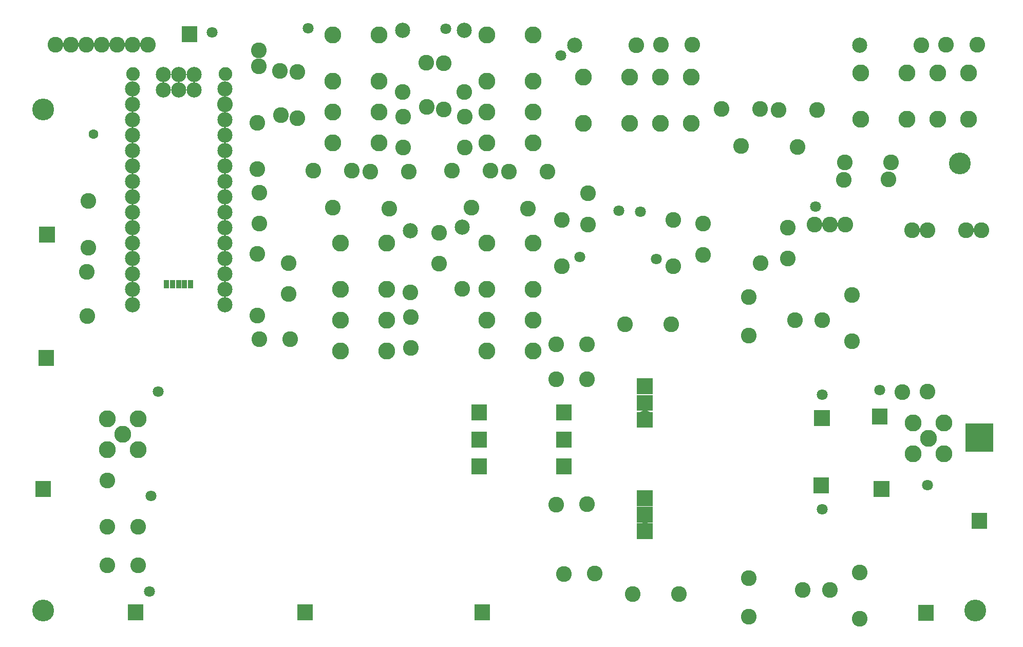
<source format=gbr>
%FSLAX34Y34*%
%MOMM*%
%LNSOLDERMASK_BOTTOM*%
G71*
G01*
%ADD10C,2.600*%
%ADD11C,2.800*%
%ADD12R,0.835X1.470*%
%ADD13C,2.500*%
%ADD14C,2.250*%
%ADD15C,2.500*%
%ADD16C,2.600*%
%ADD17C,3.600*%
%ADD18C,2.600*%
%ADD19C,1.800*%
%ADD20C,1.600*%
%LPD*%
X39470Y320830D02*
G54D10*
D03*
X14070Y320830D02*
G54D10*
D03*
X-11330Y320830D02*
G54D10*
D03*
X-55280Y316036D02*
G54D10*
D03*
X-55167Y265055D02*
G54D10*
D03*
X-243497Y328527D02*
G54D10*
D03*
X-243547Y252277D02*
G54D10*
D03*
X-194980Y322386D02*
G54D10*
D03*
X-194867Y271405D02*
G54D10*
D03*
X-427647Y328527D02*
G54D10*
D03*
X-427697Y252277D02*
G54D10*
D03*
G36*
X-303730Y40080D02*
X-277730Y40080D01*
X-277730Y14080D01*
X-303730Y14080D01*
X-303730Y40080D01*
G37*
X-290730Y1680D02*
G54D10*
D03*
G36*
X-303730Y67480D02*
X-277730Y67480D01*
X-277730Y41480D01*
X-303730Y41480D01*
X-303730Y67480D01*
G37*
G36*
X-303730Y-144070D02*
X-277730Y-144070D01*
X-277730Y-170070D01*
X-303730Y-170070D01*
X-303730Y-144070D01*
G37*
X-290730Y-182470D02*
G54D10*
D03*
G36*
X-303730Y-117170D02*
X-277730Y-117170D01*
X-277730Y-143170D01*
X-303730Y-143170D01*
X-303730Y-117170D01*
G37*
X-385947Y66438D02*
G54D10*
D03*
X-436928Y66325D02*
G54D10*
D03*
X-385947Y-139937D02*
G54D10*
D03*
X-436928Y-140050D02*
G54D10*
D03*
X-385947Y123588D02*
G54D10*
D03*
X-436927Y123475D02*
G54D10*
D03*
X-373247Y-254237D02*
G54D10*
D03*
X-424227Y-254350D02*
G54D10*
D03*
X-247249Y156950D02*
G54D10*
D03*
X-323499Y157000D02*
G54D10*
D03*
X-234549Y-287550D02*
G54D10*
D03*
X-310799Y-287500D02*
G54D10*
D03*
X-119280Y201830D02*
G54D10*
D03*
X-119280Y138330D02*
G54D10*
D03*
X-119280Y-261720D02*
G54D10*
D03*
X-119280Y-325220D02*
G54D10*
D03*
X2020Y163730D02*
G54D10*
D03*
X-43080Y163730D02*
G54D10*
D03*
X14720Y-280770D02*
G54D10*
D03*
X-30380Y-280770D02*
G54D10*
D03*
X149779Y311552D02*
G54D10*
D03*
X175279Y311552D02*
G54D10*
D03*
X51113Y128935D02*
G54D10*
D03*
X51163Y205185D02*
G54D10*
D03*
G36*
X-11480Y14930D02*
X14520Y14930D01*
X14520Y-11070D01*
X-11480Y-11070D01*
X-11480Y14930D01*
G37*
G36*
X-12980Y-95670D02*
X13020Y-95670D01*
X13020Y-121670D01*
X-12980Y-121670D01*
X-12980Y-95670D01*
G37*
G36*
X83620Y17930D02*
X109620Y17930D01*
X109620Y-8070D01*
X83620Y-8070D01*
X83620Y17930D01*
G37*
X99620Y-114670D02*
G54D10*
D03*
G36*
X-576780Y24330D02*
X-550780Y24330D01*
X-550780Y-1670D01*
X-576780Y-1670D01*
X-576780Y24330D01*
G37*
G36*
X-437080Y24330D02*
X-411080Y24330D01*
X-411080Y-1670D01*
X-437080Y-1670D01*
X-437080Y24330D01*
G37*
G36*
X-437080Y-64570D02*
X-411080Y-64570D01*
X-411080Y-90570D01*
X-437080Y-90570D01*
X-437080Y-64570D01*
G37*
X-424080Y-33120D02*
G54D10*
D03*
X238679Y311552D02*
G54D10*
D03*
X264179Y311552D02*
G54D10*
D03*
X14070Y320830D02*
G54D10*
D03*
X-55167Y265055D02*
G54D10*
D03*
X-100230Y257330D02*
G54D10*
D03*
X-194867Y271405D02*
G54D10*
D03*
G36*
X86620Y-101670D02*
X112620Y-101670D01*
X112620Y-127670D01*
X86620Y-127670D01*
X86620Y-101670D01*
G37*
X2020Y163730D02*
G54D10*
D03*
X51113Y128935D02*
G54D10*
D03*
X14720Y-280770D02*
G54D10*
D03*
G36*
X-576780Y-64570D02*
X-550780Y-64570D01*
X-550780Y-90570D01*
X-576780Y-90570D01*
X-576780Y-64570D01*
G37*
G36*
X-437080Y-20120D02*
X-411080Y-20120D01*
X-411080Y-46120D01*
X-437080Y-46120D01*
X-437080Y-20120D01*
G37*
X151570Y-5920D02*
G54D11*
D03*
X202370Y-5920D02*
G54D11*
D03*
X176970Y-31320D02*
G54D11*
D03*
X202370Y-56720D02*
G54D11*
D03*
X151570Y-56720D02*
G54D11*
D03*
G36*
X-576780Y-20120D02*
X-550780Y-20120D01*
X-550780Y-46120D01*
X-576780Y-46120D01*
X-576780Y-20120D01*
G37*
X-55167Y265055D02*
G54D10*
D03*
X-194867Y271405D02*
G54D10*
D03*
X51113Y128935D02*
G54D10*
D03*
X63813Y-328265D02*
G54D10*
D03*
X63863Y-252015D02*
G54D10*
D03*
X63813Y-328265D02*
G54D10*
D03*
G36*
X-303730Y-170970D02*
X-277730Y-170970D01*
X-277730Y-196970D01*
X-303730Y-196970D01*
X-303730Y-170970D01*
G37*
G36*
X-303730Y12180D02*
X-277730Y12180D01*
X-277730Y-13820D01*
X-303730Y-13820D01*
X-303730Y12180D01*
G37*
X-1039561Y222505D02*
G54D12*
D03*
X-1049721Y222505D02*
G54D12*
D03*
X-1059373Y222505D02*
G54D12*
D03*
X-1069533Y222505D02*
G54D12*
D03*
X-1079439Y222505D02*
G54D12*
D03*
X-1135065Y544069D02*
G54D13*
D03*
X-1135065Y518669D02*
G54D13*
D03*
X-1135065Y493269D02*
G54D13*
D03*
X-1135065Y467869D02*
G54D13*
D03*
X-1135065Y442469D02*
G54D13*
D03*
X-1135065Y417069D02*
G54D13*
D03*
X-1135065Y391669D02*
G54D13*
D03*
X-1135065Y366269D02*
G54D13*
D03*
X-1135065Y340869D02*
G54D13*
D03*
X-1135065Y315469D02*
G54D13*
D03*
X-1135065Y290069D02*
G54D13*
D03*
X-1135065Y264669D02*
G54D13*
D03*
X-1135065Y239269D02*
G54D13*
D03*
X-1135065Y213869D02*
G54D13*
D03*
X-1135065Y188469D02*
G54D13*
D03*
X-982665Y544069D02*
G54D13*
D03*
X-982665Y518669D02*
G54D13*
D03*
X-982665Y493269D02*
G54D13*
D03*
X-982665Y467869D02*
G54D13*
D03*
X-982665Y442469D02*
G54D13*
D03*
X-982665Y417069D02*
G54D13*
D03*
X-982665Y391669D02*
G54D13*
D03*
X-982665Y366269D02*
G54D13*
D03*
X-982665Y340869D02*
G54D13*
D03*
X-982665Y315469D02*
G54D13*
D03*
X-982665Y290069D02*
G54D13*
D03*
X-982665Y264669D02*
G54D13*
D03*
X-982665Y239269D02*
G54D13*
D03*
X-982665Y213869D02*
G54D13*
D03*
X-982665Y188469D02*
G54D13*
D03*
X-982506Y569310D02*
G54D14*
D03*
X-1134906Y569310D02*
G54D14*
D03*
X-1033719Y543053D02*
G54D13*
D03*
X-1033719Y568453D02*
G54D13*
D03*
X-1059119Y543053D02*
G54D13*
D03*
X-1059119Y568453D02*
G54D13*
D03*
X-1084519Y543053D02*
G54D13*
D03*
X-1084519Y568453D02*
G54D13*
D03*
X-929966Y412499D02*
G54D10*
D03*
X-929966Y488699D02*
G54D10*
D03*
X-927391Y607624D02*
G54D10*
D03*
X-927391Y582124D02*
G54D10*
D03*
X-926209Y373234D02*
G54D10*
D03*
X-926096Y322253D02*
G54D10*
D03*
X-929966Y272799D02*
G54D10*
D03*
X-929966Y171199D02*
G54D10*
D03*
X-877841Y206614D02*
G54D10*
D03*
X-877953Y257594D02*
G54D10*
D03*
X-875091Y131882D02*
G54D10*
D03*
X-926071Y131770D02*
G54D10*
D03*
X-926096Y322253D02*
G54D10*
D03*
X-877953Y257594D02*
G54D10*
D03*
X-926071Y131770D02*
G54D10*
D03*
X-792380Y290729D02*
G54D11*
D03*
X-716180Y290730D02*
G54D11*
D03*
X-792380Y214530D02*
G54D11*
D03*
X-792380Y163730D02*
G54D11*
D03*
X-792380Y112930D02*
G54D11*
D03*
X-716180Y214530D02*
G54D11*
D03*
X-716180Y163730D02*
G54D11*
D03*
X-716180Y112930D02*
G54D11*
D03*
X-805080Y633630D02*
G54D11*
D03*
X-728880Y633630D02*
G54D11*
D03*
X-805080Y557430D02*
G54D11*
D03*
X-805080Y506630D02*
G54D11*
D03*
X-805080Y455830D02*
G54D11*
D03*
X-728880Y557430D02*
G54D11*
D03*
X-728880Y506630D02*
G54D11*
D03*
X-728880Y455830D02*
G54D11*
D03*
X-551080Y290730D02*
G54D11*
D03*
X-474880Y290730D02*
G54D11*
D03*
X-551080Y214530D02*
G54D11*
D03*
X-551080Y163730D02*
G54D11*
D03*
X-551080Y112930D02*
G54D11*
D03*
X-474880Y214530D02*
G54D11*
D03*
X-474880Y163730D02*
G54D11*
D03*
X-474880Y112930D02*
G54D11*
D03*
X-551080Y633630D02*
G54D11*
D03*
X-474880Y633630D02*
G54D11*
D03*
X-551080Y557430D02*
G54D11*
D03*
X-551080Y506630D02*
G54D11*
D03*
X-551080Y455830D02*
G54D11*
D03*
X-474880Y557430D02*
G54D11*
D03*
X-474880Y506630D02*
G54D11*
D03*
X-474880Y455830D02*
G54D11*
D03*
X65255Y494165D02*
G54D11*
D03*
X65254Y570365D02*
G54D11*
D03*
X141455Y494165D02*
G54D11*
D03*
X192255Y494165D02*
G54D11*
D03*
X243055Y494165D02*
G54D11*
D03*
X141455Y570366D02*
G54D11*
D03*
X192255Y570365D02*
G54D11*
D03*
X243055Y570365D02*
G54D11*
D03*
X-391945Y487815D02*
G54D11*
D03*
X-391945Y564016D02*
G54D11*
D03*
X-315745Y487816D02*
G54D11*
D03*
X-264945Y487816D02*
G54D11*
D03*
X-214145Y487815D02*
G54D11*
D03*
X-315745Y564016D02*
G54D11*
D03*
X-264945Y564016D02*
G54D11*
D03*
X-214145Y564016D02*
G54D11*
D03*
X-836943Y409617D02*
G54D10*
D03*
X-773443Y409617D02*
G54D10*
D03*
X-805193Y349292D02*
G54D10*
D03*
X-743720Y407826D02*
G54D10*
D03*
X-680219Y407826D02*
G54D10*
D03*
X-711970Y347501D02*
G54D10*
D03*
X-680219Y407826D02*
G54D10*
D03*
X-805193Y349292D02*
G54D10*
D03*
X-608343Y409617D02*
G54D10*
D03*
X-544843Y409617D02*
G54D10*
D03*
X-576593Y349292D02*
G54D10*
D03*
X-515120Y407826D02*
G54D10*
D03*
X-451619Y407826D02*
G54D10*
D03*
X-483370Y347501D02*
G54D10*
D03*
X-483370Y347501D02*
G54D10*
D03*
X-576593Y349292D02*
G54D10*
D03*
X-163842Y511217D02*
G54D10*
D03*
X-100342Y511217D02*
G54D10*
D03*
X-132092Y450892D02*
G54D10*
D03*
X-70620Y509426D02*
G54D10*
D03*
X-7120Y509426D02*
G54D10*
D03*
X-38870Y449101D02*
G54D10*
D03*
X-7119Y509426D02*
G54D10*
D03*
X-132092Y450892D02*
G54D10*
D03*
X-690260Y539548D02*
G54D15*
D03*
X-690260Y641148D02*
G54D15*
D03*
X-689435Y447638D02*
G54D10*
D03*
X-689547Y498619D02*
G54D10*
D03*
X-690260Y539548D02*
G54D10*
D03*
X-690260Y539548D02*
G54D16*
D03*
X-689435Y447638D02*
G54D16*
D03*
X-588660Y539548D02*
G54D15*
D03*
X-588660Y641148D02*
G54D15*
D03*
X-587835Y447638D02*
G54D10*
D03*
X-587947Y498619D02*
G54D10*
D03*
X-588660Y539548D02*
G54D10*
D03*
X-588660Y539548D02*
G54D16*
D03*
X-587835Y447638D02*
G54D16*
D03*
X-677560Y209348D02*
G54D15*
D03*
X-677560Y310948D02*
G54D15*
D03*
X-676735Y117438D02*
G54D10*
D03*
X-676847Y168418D02*
G54D10*
D03*
X-677560Y209348D02*
G54D10*
D03*
X-677560Y209348D02*
G54D16*
D03*
X-676735Y117438D02*
G54D16*
D03*
X-591558Y215285D02*
G54D15*
D03*
X-591558Y316885D02*
G54D15*
D03*
X-630103Y256725D02*
G54D10*
D03*
X-630215Y307706D02*
G54D10*
D03*
X-630103Y256725D02*
G54D16*
D03*
X-591558Y215285D02*
G54D16*
D03*
X-304751Y616846D02*
G54D15*
D03*
X-406351Y616846D02*
G54D15*
D03*
X-212841Y617671D02*
G54D10*
D03*
X-263821Y617559D02*
G54D10*
D03*
X-304751Y616846D02*
G54D10*
D03*
X-304751Y616846D02*
G54D16*
D03*
X-212841Y617671D02*
G54D16*
D03*
X165149Y616846D02*
G54D15*
D03*
X63549Y616846D02*
G54D15*
D03*
X257059Y617671D02*
G54D10*
D03*
X206079Y617559D02*
G54D10*
D03*
X165149Y616846D02*
G54D10*
D03*
X165149Y616846D02*
G54D16*
D03*
X257059Y617671D02*
G54D16*
D03*
X-728880Y633630D02*
G54D10*
D03*
X-716180Y290730D02*
G54D10*
D03*
X-474880Y633630D02*
G54D10*
D03*
X-474880Y290730D02*
G54D10*
D03*
X-391945Y487815D02*
G54D10*
D03*
X65255Y494165D02*
G54D10*
D03*
X-711970Y347501D02*
G54D10*
D03*
X-38870Y449101D02*
G54D10*
D03*
X-1262280Y617630D02*
G54D10*
D03*
X-1236880Y617630D02*
G54D10*
D03*
X-1236880Y617630D02*
G54D10*
D03*
X-1211480Y617630D02*
G54D10*
D03*
X-1160680Y617630D02*
G54D10*
D03*
X-1160680Y617630D02*
G54D10*
D03*
X-1135280Y617630D02*
G54D10*
D03*
X-1135280Y617630D02*
G54D10*
D03*
X-1109880Y617630D02*
G54D10*
D03*
X-1186080Y617630D02*
G54D10*
D03*
X-1282600Y-314550D02*
G54D17*
D03*
X-1282600Y510950D02*
G54D17*
D03*
X254100Y-314550D02*
G54D17*
D03*
X228700Y422050D02*
G54D17*
D03*
G36*
X-1289250Y317700D02*
X-1263250Y317700D01*
X-1263250Y291700D01*
X-1289250Y291700D01*
X-1289250Y317700D01*
G37*
G36*
X-1290520Y114500D02*
X-1264520Y114500D01*
X-1264520Y88500D01*
X-1290520Y88500D01*
X-1290520Y114500D01*
G37*
G36*
X-1295600Y-101400D02*
X-1269600Y-101400D01*
X-1269600Y-127400D01*
X-1295600Y-127400D01*
X-1295600Y-101400D01*
G37*
G36*
X-1143200Y-304600D02*
X-1117200Y-304600D01*
X-1117200Y-330600D01*
X-1143200Y-330600D01*
X-1143200Y-304600D01*
G37*
G36*
X-863800Y-304600D02*
X-837800Y-304600D01*
X-837800Y-330600D01*
X-863800Y-330600D01*
X-863800Y-304600D01*
G37*
G36*
X-571700Y-304600D02*
X-545700Y-304600D01*
X-545700Y-330600D01*
X-571700Y-330600D01*
X-571700Y-304600D01*
G37*
G36*
X159800Y-305600D02*
X185800Y-305600D01*
X185800Y-331600D01*
X159800Y-331600D01*
X159800Y-305600D01*
G37*
G36*
X-1054300Y647900D02*
X-1028300Y647900D01*
X-1028300Y621900D01*
X-1054300Y621900D01*
X-1054300Y647900D01*
G37*
X-1176930Y780D02*
G54D11*
D03*
X-1126130Y780D02*
G54D11*
D03*
X-1151530Y-24620D02*
G54D11*
D03*
X-1126130Y-50020D02*
G54D11*
D03*
X-1176930Y-50020D02*
G54D11*
D03*
X-1176930Y-177020D02*
G54D18*
D03*
X-1126130Y-177020D02*
G54D10*
D03*
X-1126130Y-240520D02*
G54D10*
D03*
X-1176930Y-240520D02*
G54D10*
D03*
X-1126130Y-177020D02*
G54D18*
D03*
X-1176930Y-240520D02*
G54D18*
D03*
X-1126130Y-240520D02*
G54D18*
D03*
X-1176930Y-100820D02*
G54D10*
D03*
X-1208497Y359527D02*
G54D10*
D03*
X-1208547Y283277D02*
G54D10*
D03*
X-1211000Y243000D02*
G54D10*
D03*
X-1210000Y170000D02*
G54D10*
D03*
X-1210000Y170000D02*
G54D10*
D03*
X-863497Y572527D02*
G54D10*
D03*
X-863547Y496277D02*
G54D10*
D03*
X-892000Y574000D02*
G54D10*
D03*
X-891000Y501000D02*
G54D10*
D03*
X39159Y423282D02*
G54D10*
D03*
X115409Y423232D02*
G54D10*
D03*
X37686Y394779D02*
G54D10*
D03*
X110686Y395779D02*
G54D10*
D03*
X-622497Y586527D02*
G54D10*
D03*
X-622547Y510277D02*
G54D10*
D03*
X-651000Y588000D02*
G54D10*
D03*
X-650000Y515000D02*
G54D10*
D03*
X-1004058Y637605D02*
G54D19*
D03*
X-846058Y644605D02*
G54D19*
D03*
X-619058Y643605D02*
G54D19*
D03*
X-429058Y599605D02*
G54D19*
D03*
X-384213Y321217D02*
G54D10*
D03*
X-384326Y372197D02*
G54D10*
D03*
X-384326Y372197D02*
G54D10*
D03*
X96942Y48605D02*
G54D19*
D03*
X174942Y-108395D02*
G54D19*
D03*
X1942Y40605D02*
G54D19*
D03*
X1942Y-148395D02*
G54D19*
D03*
X-9058Y350605D02*
G54D19*
D03*
X-1093058Y45605D02*
G54D19*
D03*
X-1107058Y-283395D02*
G54D19*
D03*
X-1105058Y-126395D02*
G54D19*
D03*
X174942Y45605D02*
G54D10*
D03*
X133942Y44605D02*
G54D10*
D03*
X-272058Y264605D02*
G54D19*
D03*
X-398058Y267605D02*
G54D19*
D03*
X-297558Y342105D02*
G54D19*
D03*
X-333558Y344105D02*
G54D19*
D03*
G36*
X238000Y-7000D02*
X284000Y-7000D01*
X284000Y-53000D01*
X238000Y-53000D01*
X238000Y-7000D01*
G37*
G36*
X247750Y-154300D02*
X273750Y-154300D01*
X273750Y-180300D01*
X247750Y-180300D01*
X247750Y-154300D01*
G37*
X-982665Y518669D02*
G54D18*
D03*
X-1200000Y470000D02*
G54D20*
D03*
M02*

</source>
